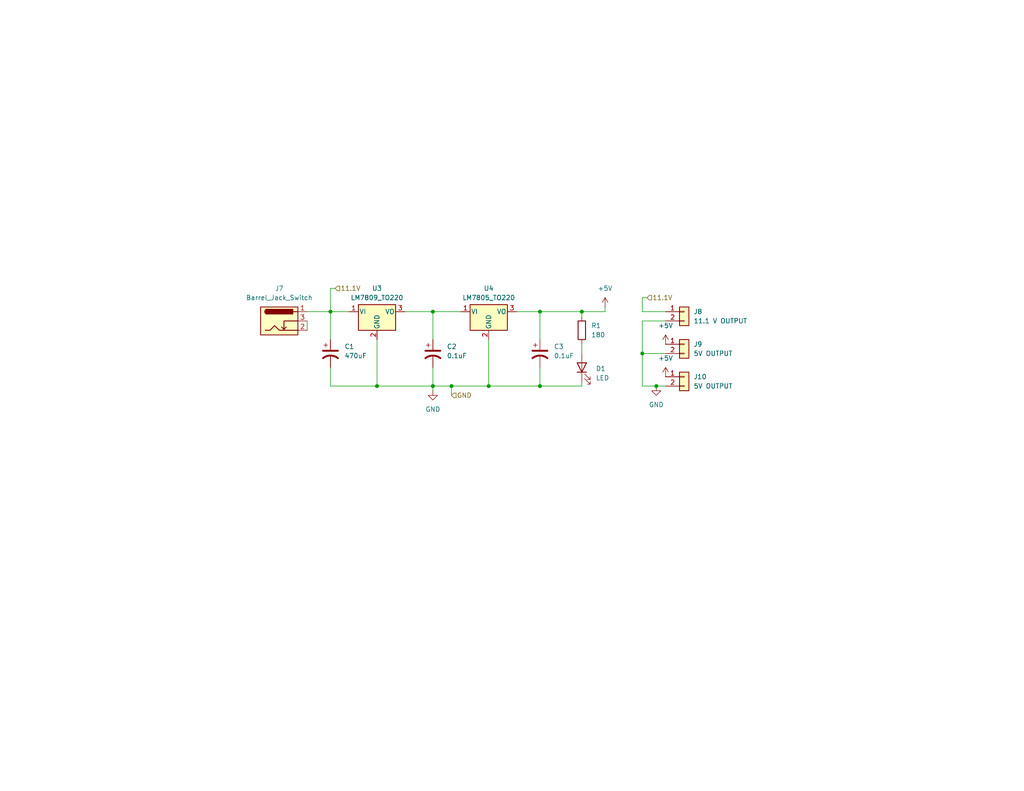
<source format=kicad_sch>
(kicad_sch (version 20250114) (generator "eeschema") (generator_version "9.0")
  (paper "USLetter")
  (title_block (title "Practical Activity #3") (date "2025-07-01") (rev "1.0") (company "Chrys Sean T. Sevilla"))
  (lib_symbols
    (symbol "Connector:Barrel_Jack_Switch" (pin_names (hide yes))
      (property "Reference" "J" (at 0 5.334 0))
      (property "Value" "Barrel_Jack_Switch" (at 0 -5.08 0))
      (symbol "Barrel_Jack_Switch_0_1"
        (rectangle (start -5.08 3.81) (end 5.08 -3.81) (stroke (width 0.254)) (fill (type background)))
        (polyline (pts (xy -3.81 -2.54) (xy -2.54 -2.54) (xy -1.27 -1.27) (xy 0 -2.54) (xy 2.54 -2.54) (xy 5.08 -2.54)) (stroke (width 0.254)))
        (arc (start -3.302 1.905) (mid -3.9343 2.54) (end -3.302 3.175) (stroke (width 0.254)))
        (arc (start -3.302 1.905) (mid -3.9343 2.54) (end -3.302 3.175) (stroke (width 0.254)) (fill (type outline)))
        (polyline (pts (xy 1.27 -2.286) (xy 1.905 -1.651)) (stroke (width 0.254)))
        (rectangle (start 3.683 3.175) (end -3.302 1.905) (stroke (width 0.254)) (fill (type outline)))
        (polyline (pts (xy 5.08 2.54) (xy 3.81 2.54)) (stroke (width 0.254)))
        (polyline (pts (xy 5.08 0) (xy 1.27 0) (xy 1.27 -2.286) (xy 0.635 -1.651)) (stroke (width 0.254)))
      )
      (symbol "Barrel_Jack_Switch_1_1"
        (pin passive line (at 7.62 2.54 180) (length 2.54) (name "~") (number "1"))
        (pin passive line (at 7.62 0 180) (length 2.54) (name "~") (number "3"))
        (pin passive line (at 7.62 -2.54 180) (length 2.54) (name "~") (number "2"))
      )
    )
    (symbol "Connector_Generic:Conn_01x02" (pin_names (offset 1.016) (hide yes))
      (property "Reference" "J" (at 0 2.54 0))
      (property "Value" "Conn_01x02" (at 0 -5.08 0))
      (symbol "Conn_01x02_1_1"
        (rectangle (start -1.27 1.27) (end 1.27 -3.81) (stroke (width 0.254)) (fill (type background)))
        (rectangle (start -1.27 0.127) (end 0 -0.127) (stroke (width 0.1524)))
        (rectangle (start -1.27 -2.413) (end 0 -2.667) (stroke (width 0.1524)))
        (pin passive line (at -5.08 0 0) (length 3.81) (name "Pin_1") (number "1"))
        (pin passive line (at -5.08 -2.54 0) (length 3.81) (name "Pin_2") (number "2"))
      )
    )
    (symbol "Device:C_Polarized_US" (pin_numbers (hide yes)) (pin_names (offset 0.254) (hide yes))
      (property "Reference" "C" (at 0.635 2.54 0))
      (property "Value" "C_Polarized_US" (at 0.635 -2.54 0))
      (symbol "C_Polarized_US_0_1"
        (polyline (pts (xy -2.032 0.762) (xy 2.032 0.762)) (stroke (width 0.508)))
        (polyline (pts (xy -1.778 2.286) (xy -0.762 2.286)))
        (polyline (pts (xy -1.27 1.778) (xy -1.27 2.794)))
        (arc (start -2.032 -1.27) (mid 0 -0.5572) (end 2.032 -1.27) (stroke (width 0.508)))
      )
      (symbol "C_Polarized_US_1_1"
        (pin passive line (at 0 3.81 270) (length 2.794) (name "~") (number "1"))
        (pin passive line (at 0 -3.81 90) (length 3.302) (name "~") (number "2"))
      )
    )
    (symbol "Device:LED" (pin_numbers (hide yes)) (pin_names (offset 1.016) (hide yes))
      (property "Reference" "D" (at 0 2.54 0))
      (property "Value" "LED" (at 0 -2.54 0))
      (symbol "LED_0_1"
        (polyline (pts (xy -3.048 -0.762) (xy -4.572 -2.286) (xy -3.81 -2.286) (xy -4.572 -2.286) (xy -4.572 -1.524)))
        (polyline (pts (xy -1.778 -0.762) (xy -3.302 -2.286) (xy -2.54 -2.286) (xy -3.302 -2.286) (xy -3.302 -1.524)))
        (polyline (pts (xy -1.27 0) (xy 1.27 0)))
        (polyline (pts (xy -1.27 -1.27) (xy -1.27 1.27)) (stroke (width 0.254)))
        (polyline (pts (xy 1.27 -1.27) (xy 1.27 1.27) (xy -1.27 0) (xy 1.27 -1.27)) (stroke (width 0.254)))
      )
      (symbol "LED_1_1"
        (pin passive line (at -3.81 0 0) (length 2.54) (name "K") (number "1"))
        (pin passive line (at 3.81 0 180) (length 2.54) (name "A") (number "2"))
      )
    )
    (symbol "Device:R" (pin_numbers (hide yes)) (pin_names (offset 0))
      (property "Reference" "R" (at 2.032 0 90))
      (property "Value" "R" (at 0 0 90))
      (symbol "R_0_1"
        (rectangle (start -1.016 -2.54) (end 1.016 2.54) (stroke (width 0.254)))
      )
      (symbol "R_1_1"
        (pin passive line (at 0 3.81 270) (length 1.27) (name "~") (number "1"))
        (pin passive line (at 0 -3.81 90) (length 1.27) (name "~") (number "2"))
      )
    )
    (symbol "Regulator_Linear:LM7805_TO220" (pin_names (offset 0.254))
      (property "Reference" "U" (at -3.81 3.175 0))
      (property "Value" "LM7805_TO220" (at 0 3.175 0))
      (symbol "LM7805_TO220_0_1"
        (rectangle (start -5.08 1.905) (end 5.08 -5.08) (stroke (width 0.254)) (fill (type background)))
      )
      (symbol "LM7805_TO220_1_1"
        (pin power_in line (at -7.62 0 0) (length 2.54) (name "VI") (number "1"))
        (pin power_in line (at 0 -7.62 90) (length 2.54) (name "GND") (number "2"))
        (pin power_out line (at 7.62 0 180) (length 2.54) (name "VO") (number "3"))
      )
    )
    (symbol "Regulator_Linear:LM7809_TO220" (pin_names (offset 0.254))
      (property "Reference" "U" (at -3.81 3.175 0))
      (property "Value" "LM7809_TO220" (at 0 3.175 0))
      (symbol "LM7809_TO220_0_1"
        (rectangle (start -5.08 1.905) (end 5.08 -5.08) (stroke (width 0.254)) (fill (type background)))
      )
      (symbol "LM7809_TO220_1_1"
        (pin power_in line (at -7.62 0 0) (length 2.54) (name "VI") (number "1"))
        (pin power_in line (at 0 -7.62 90) (length 2.54) (name "GND") (number "2"))
        (pin power_out line (at 7.62 0 180) (length 2.54) (name "VO") (number "3"))
      )
    )
    (symbol "power:+5V" (power) (pin_numbers (hide yes)) (pin_names (offset 0) (hide yes))
      (property "Value" "+5V" (at 0 3.556 0))
      (symbol "+5V_0_1"
        (polyline (pts (xy -0.762 1.27) (xy 0 2.54)))
        (polyline (pts (xy 0 2.54) (xy 0.762 1.27)))
        (polyline (pts (xy 0 0) (xy 0 2.54)))
      )
      (symbol "+5V_1_1"
        (pin power_in line (at 0 0 90) (length 0) (name "~") (number "1"))
      )
    )
    (symbol "power:GND" (power) (pin_numbers (hide yes)) (pin_names (offset 0) (hide yes))
      (property "Value" "GND" (at 0 -3.81 0))
      (symbol "GND_0_1"
        (polyline (pts (xy 0 0) (xy 0 -1.27) (xy 1.27 -1.27) (xy 0 -2.54) (xy -1.27 -1.27) (xy 0 -1.27)))
      )
      (symbol "GND_1_1"
        (pin power_in line (at 0 0 270) (length 0) (name "~") (number "1"))
      )
    )
  )
  (junction (at 123.19 105.41))
  (junction (at 179.07 105.41))
  (junction (at 147.32 85.09))
  (junction (at 133.35 105.41))
  (junction (at 118.11 105.41))
  (junction (at 118.11 85.09))
  (junction (at 158.75 85.09))
  (junction (at 175.26 96.52))
  (junction (at 147.32 105.41))
  (junction (at 90.17 85.09))
  (junction (at 102.87 105.41))
  (wire (pts (xy 118.11 85.09) (xy 125.73 85.09)))
  (wire (pts (xy 165.1 85.09) (xy 158.75 85.09)))
  (wire (pts (xy 118.11 100.33) (xy 118.11 105.41)))
  (wire (pts (xy 90.17 85.09) (xy 95.25 85.09)))
  (wire (pts (xy 175.26 96.52) (xy 175.26 105.41)))
  (wire (pts (xy 179.07 105.41) (xy 181.61 105.41)))
  (wire (pts (xy 175.26 81.28) (xy 175.26 85.09)))
  (wire (pts (xy 175.26 85.09) (xy 181.61 85.09)))
  (wire (pts (xy 165.1 83.82) (xy 165.1 85.09)))
  (wire (pts (xy 175.26 105.41) (xy 179.07 105.41)))
  (wire (pts (xy 90.17 100.33) (xy 90.17 105.41)))
  (wire (pts (xy 158.75 104.14) (xy 158.75 105.41)))
  (wire (pts (xy 90.17 105.41) (xy 102.87 105.41)))
  (wire (pts (xy 110.49 85.09) (xy 118.11 85.09)))
  (wire (pts (xy 102.87 105.41) (xy 118.11 105.41)))
  (wire (pts (xy 181.61 87.63) (xy 175.26 87.63)))
  (wire (pts (xy 83.82 85.09) (xy 90.17 85.09)))
  (wire (pts (xy 175.26 87.63) (xy 175.26 96.52)))
  (wire (pts (xy 123.19 105.41) (xy 133.35 105.41)))
  (wire (pts (xy 118.11 85.09) (xy 118.11 92.71)))
  (wire (pts (xy 147.32 85.09) (xy 140.97 85.09)))
  (wire (pts (xy 176.53 81.28) (xy 175.26 81.28)))
  (wire (pts (xy 118.11 105.41) (xy 123.19 105.41)))
  (wire (pts (xy 83.82 87.63) (xy 83.82 90.17)))
  (wire (pts (xy 147.32 100.33) (xy 147.32 105.41)))
  (wire (pts (xy 123.19 105.41) (xy 123.19 107.95)))
  (wire (pts (xy 158.75 93.98) (xy 158.75 96.52)))
  (wire (pts (xy 118.11 105.41) (xy 118.11 106.68)))
  (wire (pts (xy 133.35 92.71) (xy 133.35 105.41)))
  (wire (pts (xy 91.44 78.74) (xy 90.17 78.74)))
  (wire (pts (xy 102.87 92.71) (xy 102.87 105.41)))
  (wire (pts (xy 147.32 92.71) (xy 147.32 85.09)))
  (wire (pts (xy 175.26 96.52) (xy 181.61 96.52)))
  (wire (pts (xy 90.17 92.71) (xy 90.17 85.09)))
  (wire (pts (xy 147.32 105.41) (xy 158.75 105.41)))
  (wire (pts (xy 158.75 86.36) (xy 158.75 85.09)))
  (wire (pts (xy 147.32 105.41) (xy 133.35 105.41)))
  (wire (pts (xy 90.17 78.74) (xy 90.17 85.09)))
  (wire (pts (xy 147.32 85.09) (xy 158.75 85.09)))
  (hierarchical_label "11.1V" (shape input) (at 91.44 78.74 0))
  (hierarchical_label "11.1V" (shape input) (at 176.53 81.28 0))
  (hierarchical_label "GND" (shape input) (at 123.19 107.95 0))
  (symbol (lib_id "Connector_Generic:Conn_01x02") (at 186.69 85.09 0) (unit 1)
    (property "Reference" "J8" (at 189.23 85.0899 0) (effects (justify left)))
    (property "Value" "11.1 V OUTPUT" (at 189.23 87.6299 0) (effects (justify left)))
    (property "Footprint" "Connector_PinSocket_2.54mm:PinSocket_1x02_P2.54mm_Vertical" (effects (hide yes)))
    (property "Description" "Generic connector, single row, 01x02, script generated (kicad-library-utils/schlib/autogen/connector/)" (effects (hide yes)))
  )
  (symbol (lib_id "power:+5V") (at 181.61 102.87 0) (unit 1)
    (property "Reference" "#PWR025" (effects (hide yes)))
    (property "Value" "+5V" (at 181.61 97.79 0))
    (property "Description" "Power symbol creates a global label with name \"+5V\"" (effects (hide yes)))
  )
  (symbol (lib_id "power:GND") (at 118.11 106.68 0) (unit 1)
    (property "Reference" "#PWR020" (effects (hide yes)))
    (property "Value" "GND" (at 118.11 111.76 0))
    (property "Description" "Power symbol creates a global label with name \"GND\" , ground" (effects (hide yes)))
  )
  (symbol (lib_id "Connector:Barrel_Jack_Switch") (at 76.2 87.63 0) (unit 1)
    (property "Reference" "J7" (at 76.2 78.74 0))
    (property "Value" "Barrel_Jack_Switch" (at 76.2 81.28 0))
    (property "Footprint" "Connector_BarrelJack:BarrelJack_Horizontal" (effects (hide yes)))
    (property "Description" "DC Barrel Jack with an internal switch" (effects (hide yes)))
  )
  (symbol (lib_id "Regulator_Linear:LM7805_TO220") (at 133.35 85.09 0) (unit 1)
    (property "Reference" "U4" (at 133.35 78.74 0))
    (property "Value" "LM7805_TO220" (at 133.35 81.28 0))
    (property "Footprint" "Package_TO_SOT_THT:TO-220-3_Vertical" (effects (hide yes)))
    (property "Datasheet" "https://www.onsemi.cn/PowerSolutions/document/MC7800-D.PDF" (effects (hide yes)))
    (property "Description" "Positive 1A 35V Linear Regulator, Fixed Output 5V, TO-220" (effects (hide yes)))
  )
  (symbol (lib_id "power:GND") (at 179.07 105.41 0) (unit 1)
    (property "Reference" "#PWR022" (effects (hide yes)))
    (property "Value" "GND" (at 179.07 110.49 0))
    (property "Description" "Power symbol creates a global label with name \"GND\" , ground" (effects (hide yes)))
  )
  (symbol (lib_id "Device:LED") (at 158.75 100.33 90) (unit 1)
    (property "Reference" "D1" (at 162.56 100.6474 90) (effects (justify right)))
    (property "Value" "LED" (at 162.56 103.1874 90) (effects (justify right)))
    (property "Footprint" "LED_THT:LED_D3.0mm" (effects (hide yes)))
    (property "Description" "Light emitting diode" (effects (hide yes)))
    (property "Sim.Pins" "1=K 2=A" (effects (hide yes)))
  )
  (symbol (lib_id "power:+5V") (at 181.61 93.98 0) (unit 1)
    (property "Reference" "#PWR024" (effects (hide yes)))
    (property "Value" "+5V" (at 181.61 88.9 0))
    (property "Description" "Power symbol creates a global label with name \"+5V\"" (effects (hide yes)))
  )
  (symbol (lib_id "Device:R") (at 158.75 90.17 0) (unit 1)
    (property "Reference" "R1" (at 161.29 88.8999 0) (effects (justify left)))
    (property "Value" "180" (at 161.29 91.4399 0) (effects (justify left)))
    (property "Footprint" "Resistor_THT:R_Axial_DIN0204_L3.6mm_D1.6mm_P5.08mm_Horizontal" (effects (hide yes)))
    (property "Description" "Resistor" (effects (hide yes)))
  )
  (symbol (lib_id "Device:C_Polarized_US") (at 147.32 96.52 0) (unit 1)
    (property "Reference" "C3" (at 151.13 94.6149 0) (effects (justify left)))
    (property "Value" "0.1uF" (at 151.13 97.1549 0) (effects (justify left)))
    (property "Footprint" "Capacitor_THT:CP_Axial_L10.0mm_D4.5mm_P15.00mm_Horizontal" (effects (hide yes)))
    (property "Description" "Polarized capacitor, US symbol" (effects (hide yes)))
  )
  (symbol (lib_id "Device:C_Polarized_US") (at 90.17 96.52 0) (unit 1)
    (property "Reference" "C1" (at 93.98 94.6149 0) (effects (justify left)))
    (property "Value" "470uF" (at 93.98 97.1549 0) (effects (justify left)))
    (property "Footprint" "Capacitor_THT:CP_Axial_L10.0mm_D4.5mm_P15.00mm_Horizontal" (effects (hide yes)))
    (property "Description" "Polarized capacitor, US symbol" (effects (hide yes)))
  )
  (symbol (lib_id "Connector_Generic:Conn_01x02") (at 186.69 93.98 0) (unit 1)
    (property "Reference" "J9" (at 189.23 93.9799 0) (effects (justify left)))
    (property "Value" "5V OUTPUT" (at 189.23 96.5199 0) (effects (justify left)))
    (property "Footprint" "Connector_PinSocket_2.54mm:PinSocket_1x02_P2.54mm_Vertical" (effects (hide yes)))
    (property "Description" "Generic connector, single row, 01x02, script generated (kicad-library-utils/schlib/autogen/connector/)" (effects (hide yes)))
  )
  (symbol (lib_id "power:+5V") (at 165.1 83.82 0) (unit 1)
    (property "Reference" "#PWR021" (effects (hide yes)))
    (property "Value" "+5V" (at 165.1 78.74 0))
    (property "Description" "Power symbol creates a global label with name \"+5V\"" (effects (hide yes)))
  )
  (symbol (lib_id "Device:C_Polarized_US") (at 118.11 96.52 0) (unit 1)
    (property "Reference" "C2" (at 121.92 94.6149 0) (effects (justify left)))
    (property "Value" "0.1uF" (at 121.92 97.1549 0) (effects (justify left)))
    (property "Footprint" "Capacitor_THT:CP_Axial_L10.0mm_D4.5mm_P15.00mm_Horizontal" (effects (hide yes)))
    (property "Description" "Polarized capacitor, US symbol" (effects (hide yes)))
  )
  (symbol (lib_id "Regulator_Linear:LM7809_TO220") (at 102.87 85.09 0) (unit 1)
    (property "Reference" "U3" (at 102.87 78.74 0))
    (property "Value" "LM7809_TO220" (at 102.87 81.28 0))
    (property "Footprint" "Package_TO_SOT_THT:TO-220-3_Vertical" (effects (hide yes)))
    (property "Datasheet" "https://www.onsemi.cn/PowerSolutions/document/MC7800-D.PDF" (effects (hide yes)))
    (property "Description" "Positive 1A 35V Linear Regulator, Fixed Output 9V, TO-220" (effects (hide yes)))
  )
  (symbol (lib_id "Connector_Generic:Conn_01x02") (at 186.69 102.87 0) (unit 1)
    (property "Reference" "J10" (at 189.23 102.8699 0) (effects (justify left)))
    (property "Value" "5V OUTPUT" (at 189.23 105.4099 0) (effects (justify left)))
    (property "Footprint" "Connector_PinSocket_2.54mm:PinSocket_1x02_P2.54mm_Vertical" (effects (hide yes)))
    (property "Description" "Generic connector, single row, 01x02, script generated (kicad-library-utils/schlib/autogen/connector/)" (effects (hide yes)))
  )
)
</source>
